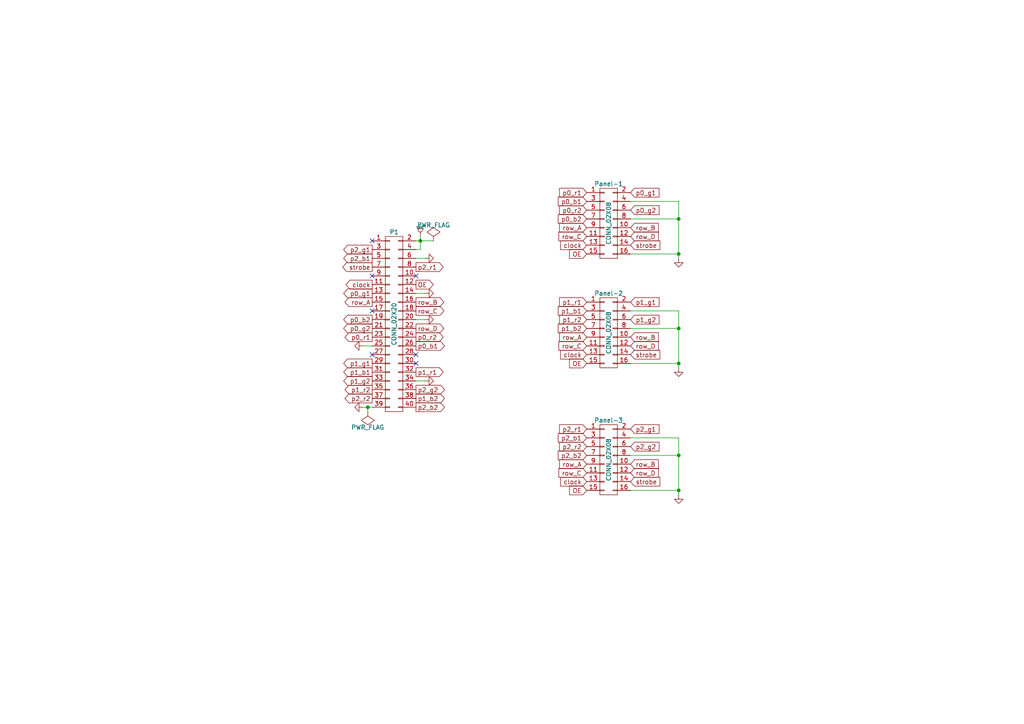
<source format=kicad_sch>
(kicad_sch (version 20230121) (generator eeschema)
  (paper "A4")
  (lib_symbols
    (symbol "passive3-rpi-hub75-adapter-rescue:CONN_02X08" (pin_names (offset 0.0254) hide)
      (property "Reference" "P" (at 0 11.43 0))
      (property "Value" "CONN_02X08" (at 0 0 90))
      (symbol "CONN_02X08_0_1"
        (rectangle (start -2.54 -8.763) (end -1.27 -9.017))
        (rectangle (start -2.54 -6.223) (end -1.27 -6.477))
        (rectangle (start -2.54 -3.683) (end -1.27 -3.937))
        (rectangle (start -2.54 -1.143) (end -1.27 -1.397))
        (rectangle (start -2.54 1.397) (end -1.27 1.143))
        (rectangle (start -2.54 3.937) (end -1.27 3.683))
        (rectangle (start -2.54 6.477) (end -1.27 6.223))
        (rectangle (start -2.54 9.017) (end -1.27 8.763))
        (rectangle (start -2.54 10.16) (end 2.54 -10.16))
        (rectangle (start 1.27 -8.763) (end 2.54 -9.017))
        (rectangle (start 1.27 -6.223) (end 2.54 -6.477))
        (rectangle (start 1.27 -3.683) (end 2.54 -3.937))
        (rectangle (start 1.27 -1.143) (end 2.54 -1.397))
        (rectangle (start 1.27 1.397) (end 2.54 1.143))
        (rectangle (start 1.27 3.937) (end 2.54 3.683))
        (rectangle (start 1.27 6.477) (end 2.54 6.223))
        (rectangle (start 1.27 9.017) (end 2.54 8.763))
      )
      (symbol "CONN_02X08_1_1"
        (pin passive line (at -6.35 8.89 0) (length 3.81) (name "P1") (number "1"))
        (pin passive line (at 6.35 -1.27 180) (length 3.81) (name "P10") (number "10"))
        (pin passive line (at -6.35 -3.81 0) (length 3.81) (name "P11") (number "11"))
        (pin passive line (at 6.35 -3.81 180) (length 3.81) (name "P12") (number "12"))
        (pin passive line (at -6.35 -6.35 0) (length 3.81) (name "P13") (number "13"))
        (pin passive line (at 6.35 -6.35 180) (length 3.81) (name "P14") (number "14"))
        (pin passive line (at -6.35 -8.89 0) (length 3.81) (name "P15") (number "15"))
        (pin passive line (at 6.35 -8.89 180) (length 3.81) (name "P16") (number "16"))
        (pin passive line (at 6.35 8.89 180) (length 3.81) (name "P2") (number "2"))
        (pin passive line (at -6.35 6.35 0) (length 3.81) (name "P3") (number "3"))
        (pin passive line (at 6.35 6.35 180) (length 3.81) (name "P4") (number "4"))
        (pin passive line (at -6.35 3.81 0) (length 3.81) (name "P5") (number "5"))
        (pin passive line (at 6.35 3.81 180) (length 3.81) (name "P6") (number "6"))
        (pin passive line (at -6.35 1.27 0) (length 3.81) (name "P7") (number "7"))
        (pin passive line (at 6.35 1.27 180) (length 3.81) (name "P8") (number "8"))
        (pin passive line (at -6.35 -1.27 0) (length 3.81) (name "P9") (number "9"))
      )
    )
    (symbol "passive3-rpi-hub75-adapter-rescue:CONN_02X20" (pin_names (offset 0.0254) hide)
      (property "Reference" "P" (at 0 26.67 0))
      (property "Value" "CONN_02X20" (at 0 0 90))
      (symbol "CONN_02X20_0_1"
        (rectangle (start -2.54 -24.003) (end -1.27 -24.257))
        (rectangle (start -2.54 -21.463) (end -1.27 -21.717))
        (rectangle (start -2.54 -18.923) (end -1.27 -19.177))
        (rectangle (start -2.54 -16.383) (end -1.27 -16.637))
        (rectangle (start -2.54 -13.843) (end -1.27 -14.097))
        (rectangle (start -2.54 -11.303) (end -1.27 -11.557))
        (rectangle (start -2.54 -8.763) (end -1.27 -9.017))
        (rectangle (start -2.54 -6.223) (end -1.27 -6.477))
        (rectangle (start -2.54 -3.683) (end -1.27 -3.937))
        (rectangle (start -2.54 -1.143) (end -1.27 -1.397))
        (rectangle (start -2.54 1.397) (end -1.27 1.143))
        (rectangle (start -2.54 3.937) (end -1.27 3.683))
        (rectangle (start -2.54 6.477) (end -1.27 6.223))
        (rectangle (start -2.54 9.017) (end -1.27 8.763))
        (rectangle (start -2.54 11.557) (end -1.27 11.303))
        (rectangle (start -2.54 14.097) (end -1.27 13.843))
        (rectangle (start -2.54 16.637) (end -1.27 16.383))
        (rectangle (start -2.54 19.177) (end -1.27 18.923))
        (rectangle (start -2.54 21.717) (end -1.27 21.463))
        (rectangle (start -2.54 24.257) (end -1.27 24.003))
        (rectangle (start -2.54 25.4) (end 2.54 -25.4))
        (rectangle (start 1.27 -24.003) (end 2.54 -24.257))
        (rectangle (start 1.27 -21.463) (end 2.54 -21.717))
        (rectangle (start 1.27 -18.923) (end 2.54 -19.177))
        (rectangle (start 1.27 -16.383) (end 2.54 -16.637))
        (rectangle (start 1.27 -13.843) (end 2.54 -14.097))
        (rectangle (start 1.27 -11.303) (end 2.54 -11.557))
        (rectangle (start 1.27 -8.763) (end 2.54 -9.017))
        (rectangle (start 1.27 -6.223) (end 2.54 -6.477))
        (rectangle (start 1.27 -3.683) (end 2.54 -3.937))
        (rectangle (start 1.27 -1.143) (end 2.54 -1.397))
        (rectangle (start 1.27 1.397) (end 2.54 1.143))
        (rectangle (start 1.27 3.937) (end 2.54 3.683))
        (rectangle (start 1.27 6.477) (end 2.54 6.223))
        (rectangle (start 1.27 9.017) (end 2.54 8.763))
        (rectangle (start 1.27 11.557) (end 2.54 11.303))
        (rectangle (start 1.27 14.097) (end 2.54 13.843))
        (rectangle (start 1.27 16.637) (end 2.54 16.383))
        (rectangle (start 1.27 19.177) (end 2.54 18.923))
        (rectangle (start 1.27 21.717) (end 2.54 21.463))
        (rectangle (start 1.27 24.257) (end 2.54 24.003))
      )
      (symbol "CONN_02X20_1_1"
        (pin passive line (at -6.35 24.13 0) (length 3.81) (name "P1") (number "1"))
        (pin passive line (at 6.35 13.97 180) (length 3.81) (name "P10") (number "10"))
        (pin passive line (at -6.35 11.43 0) (length 3.81) (name "P11") (number "11"))
        (pin passive line (at 6.35 11.43 180) (length 3.81) (name "P12") (number "12"))
        (pin passive line (at -6.35 8.89 0) (length 3.81) (name "P13") (number "13"))
        (pin passive line (at 6.35 8.89 180) (length 3.81) (name "P14") (number "14"))
        (pin passive line (at -6.35 6.35 0) (length 3.81) (name "P15") (number "15"))
        (pin passive line (at 6.35 6.35 180) (length 3.81) (name "P16") (number "16"))
        (pin passive line (at -6.35 3.81 0) (length 3.81) (name "P17") (number "17"))
        (pin passive line (at 6.35 3.81 180) (length 3.81) (name "P18") (number "18"))
        (pin passive line (at -6.35 1.27 0) (length 3.81) (name "P19") (number "19"))
        (pin passive line (at 6.35 24.13 180) (length 3.81) (name "P2") (number "2"))
        (pin passive line (at 6.35 1.27 180) (length 3.81) (name "P20") (number "20"))
        (pin passive line (at -6.35 -1.27 0) (length 3.81) (name "P21") (number "21"))
        (pin passive line (at 6.35 -1.27 180) (length 3.81) (name "P22") (number "22"))
        (pin passive line (at -6.35 -3.81 0) (length 3.81) (name "P23") (number "23"))
        (pin passive line (at 6.35 -3.81 180) (length 3.81) (name "P24") (number "24"))
        (pin passive line (at -6.35 -6.35 0) (length 3.81) (name "P25") (number "25"))
        (pin passive line (at 6.35 -6.35 180) (length 3.81) (name "P26") (number "26"))
        (pin passive line (at -6.35 -8.89 0) (length 3.81) (name "P27") (number "27"))
        (pin passive line (at 6.35 -8.89 180) (length 3.81) (name "P28") (number "28"))
        (pin passive line (at -6.35 -11.43 0) (length 3.81) (name "P29") (number "29"))
        (pin passive line (at -6.35 21.59 0) (length 3.81) (name "P3") (number "3"))
        (pin passive line (at 6.35 -11.43 180) (length 3.81) (name "P30") (number "30"))
        (pin passive line (at -6.35 -13.97 0) (length 3.81) (name "P31") (number "31"))
        (pin passive line (at 6.35 -13.97 180) (length 3.81) (name "P32") (number "32"))
        (pin passive line (at -6.35 -16.51 0) (length 3.81) (name "P33") (number "33"))
        (pin passive line (at 6.35 -16.51 180) (length 3.81) (name "P34") (number "34"))
        (pin passive line (at -6.35 -19.05 0) (length 3.81) (name "P35") (number "35"))
        (pin passive line (at 6.35 -19.05 180) (length 3.81) (name "P36") (number "36"))
        (pin passive line (at -6.35 -21.59 0) (length 3.81) (name "P37") (number "37"))
        (pin passive line (at 6.35 -21.59 180) (length 3.81) (name "P38") (number "38"))
        (pin passive line (at -6.35 -24.13 0) (length 3.81) (name "P39") (number "39"))
        (pin passive line (at 6.35 21.59 180) (length 3.81) (name "P4") (number "4"))
        (pin passive line (at 6.35 -24.13 180) (length 3.81) (name "P40") (number "40"))
        (pin passive line (at -6.35 19.05 0) (length 3.81) (name "P5") (number "5"))
        (pin passive line (at 6.35 19.05 180) (length 3.81) (name "P6") (number "6"))
        (pin passive line (at -6.35 16.51 0) (length 3.81) (name "P7") (number "7"))
        (pin passive line (at 6.35 16.51 180) (length 3.81) (name "P8") (number "8"))
        (pin passive line (at -6.35 13.97 0) (length 3.81) (name "P9") (number "9"))
      )
    )
    (symbol "passive3-rpi-hub75-adapter-rescue:GND" (power) (pin_names (offset 0))
      (property "Value" "GND" (at 0 -3.81 0))
      (symbol "GND_0_1"
        (polyline (pts (xy 0 0) (xy 0 -1.27) (xy 1.27 -1.27) (xy 0 -2.54) (xy -1.27 -1.27) (xy 0 -1.27)))
      )
      (symbol "GND_1_1"
        (pin power_in line (at 0 0 270) (length 0) hide (name "GND") (number "1"))
      )
    )
    (symbol "passive3-rpi-hub75-adapter-rescue:PWR_FLAG" (power) (pin_numbers hide) (pin_names (offset 0) hide)
      (property "Value" "PWR_FLAG" (at 0 4.572 0))
      (symbol "PWR_FLAG_0_0"
        (pin power_out line (at 0 0 90) (length 0) (name "pwr") (number "1"))
      )
      (symbol "PWR_FLAG_0_1"
        (polyline (pts (xy 0 0) (xy 0 1.27) (xy -1.905 2.54) (xy 0 3.81) (xy 1.905 2.54) (xy 0 1.27)))
      )
    )
    (symbol "passive3-rpi-hub75-adapter-rescue:VCC" (power) (pin_names (offset 0))
      (property "Value" "VCC" (at 0 3.81 0))
      (symbol "VCC_0_1"
        (polyline (pts (xy 0 0) (xy 0 1.27)))
        (circle (center 0 1.905) (radius 0.635))
      )
      (symbol "VCC_1_1"
        (pin power_in line (at 0 0 90) (length 0) hide (name "VCC") (number "1"))
      )
    )
  )
  (junction (at 196.85 63.5))
  (junction (at 196.85 132.08))
  (junction (at 106.68 118.11))
  (junction (at 196.85 142.24))
  (junction (at 121.92 69.85))
  (junction (at 196.85 105.41))
  (junction (at 196.85 73.66))
  (junction (at 196.85 95.25))
  (no_connect (at 120.65 80.01))
  (no_connect (at 120.65 102.87))
  (no_connect (at 107.95 90.17))
  (no_connect (at 107.95 80.01))
  (no_connect (at 107.95 69.85))
  (no_connect (at 120.65 105.41))
  (no_connect (at 107.95 102.87))
  (wire (pts (xy 196.85 58.42) (xy 196.85 63.5)))
  (wire (pts (xy 121.92 69.85) (xy 125.73 69.85)))
  (wire (pts (xy 196.85 142.24) (xy 196.85 143.51)))
  (wire (pts (xy 182.88 127) (xy 196.85 127)))
  (wire (pts (xy 196.85 63.5) (xy 196.85 73.66)))
  (wire (pts (xy 196.85 90.17) (xy 196.85 95.25)))
  (wire (pts (xy 182.88 58.42) (xy 196.85 58.42)))
  (wire (pts (xy 120.65 74.93) (xy 123.19 74.93)))
  (wire (pts (xy 182.88 142.24) (xy 196.85 142.24)))
  (wire (pts (xy 182.88 105.41) (xy 196.85 105.41)))
  (wire (pts (xy 121.92 68.58) (xy 121.92 69.85)))
  (wire (pts (xy 121.92 69.85) (xy 121.92 72.39)))
  (wire (pts (xy 196.85 132.08) (xy 196.85 142.24)))
  (wire (pts (xy 196.85 73.66) (xy 196.85 74.93)))
  (wire (pts (xy 120.65 85.09) (xy 123.19 85.09)))
  (wire (pts (xy 106.68 118.11) (xy 106.68 119.38)))
  (wire (pts (xy 120.65 110.49) (xy 123.19 110.49)))
  (wire (pts (xy 106.68 118.11) (xy 107.95 118.11)))
  (wire (pts (xy 196.85 95.25) (xy 196.85 105.41)))
  (wire (pts (xy 196.85 127) (xy 196.85 132.08)))
  (wire (pts (xy 121.92 72.39) (xy 120.65 72.39)))
  (wire (pts (xy 182.88 95.25) (xy 196.85 95.25)))
  (wire (pts (xy 105.41 118.11) (xy 106.68 118.11)))
  (wire (pts (xy 182.88 73.66) (xy 196.85 73.66)))
  (wire (pts (xy 105.41 100.33) (xy 107.95 100.33)))
  (wire (pts (xy 182.88 63.5) (xy 196.85 63.5)))
  (wire (pts (xy 120.65 69.85) (xy 121.92 69.85)))
  (wire (pts (xy 196.85 105.41) (xy 196.85 106.68)))
  (wire (pts (xy 120.65 92.71) (xy 123.19 92.71)))
  (wire (pts (xy 182.88 90.17) (xy 196.85 90.17)))
  (wire (pts (xy 182.88 132.08) (xy 196.85 132.08)))
  (global_label "p1_g1" (shape output) (at 107.95 105.41 180) (effects (font (size 1.2954 1.2954))) (property "Intersheetrefs" "${INTERSHEET_REFS}" (effects hide)))
  (global_label "row_C" (shape output) (at 120.65 90.17 0) (effects (font (size 1.2954 1.2954))) (property "Intersheetrefs" "${INTERSHEET_REFS}" (effects hide)))
  (global_label "p2_b1" (shape input) (at 170.18 127 180) (effects (font (size 1.2954 1.2954))) (property "Intersheetrefs" "${INTERSHEET_REFS}" (effects hide)))
  (global_label "p0_b1" (shape input) (at 170.18 58.42 180) (effects (font (size 1.2954 1.2954))) (property "Intersheetrefs" "${INTERSHEET_REFS}" (effects hide)))
  (global_label "p2_r2" (shape output) (at 107.95 115.57 180) (effects (font (size 1.2954 1.2954))) (property "Intersheetrefs" "${INTERSHEET_REFS}" (effects hide)))
  (global_label "p2_r1" (shape output) (at 120.65 77.47 0) (effects (font (size 1.2954 1.2954))) (property "Intersheetrefs" "${INTERSHEET_REFS}" (effects hide)))
  (global_label "p0_r1" (shape input) (at 170.18 55.88 180) (effects (font (size 1.2954 1.2954))) (property "Intersheetrefs" "${INTERSHEET_REFS}" (effects hide)))
  (global_label "p0_b2" (shape input) (at 170.18 63.5 180) (effects (font (size 1.2954 1.2954))) (property "Intersheetrefs" "${INTERSHEET_REFS}" (effects hide)))
  (global_label "p0_r2" (shape output) (at 120.65 97.79 0) (effects (font (size 1.2954 1.2954))) (property "Intersheetrefs" "${INTERSHEET_REFS}" (effects hide)))
  (global_label "p0_r2" (shape input) (at 170.18 60.96 180) (effects (font (size 1.2954 1.2954))) (property "Intersheetrefs" "${INTERSHEET_REFS}" (effects hide)))
  (global_label "p2_r2" (shape input) (at 170.18 129.54 180) (effects (font (size 1.2954 1.2954))) (property "Intersheetrefs" "${INTERSHEET_REFS}" (effects hide)))
  (global_label "row_A" (shape output) (at 107.95 87.63 180) (effects (font (size 1.2954 1.2954))) (property "Intersheetrefs" "${INTERSHEET_REFS}" (effects hide)))
  (global_label "OE" (shape input) (at 170.18 73.66 180) (effects (font (size 1.2954 1.2954))) (property "Intersheetrefs" "${INTERSHEET_REFS}" (effects hide)))
  (global_label "p2_b2" (shape input) (at 170.18 132.08 180) (effects (font (size 1.2954 1.2954))) (property "Intersheetrefs" "${INTERSHEET_REFS}" (effects hide)))
  (global_label "p0_b2" (shape output) (at 107.95 92.71 180) (effects (font (size 1.2954 1.2954))) (property "Intersheetrefs" "${INTERSHEET_REFS}" (effects hide)))
  (global_label "strobe" (shape input) (at 182.88 139.7 0) (effects (font (size 1.2954 1.2954))) (property "Intersheetrefs" "${INTERSHEET_REFS}" (effects hide)))
  (global_label "p0_g2" (shape input) (at 182.88 60.96 0) (effects (font (size 1.2954 1.2954))) (property "Intersheetrefs" "${INTERSHEET_REFS}" (effects hide)))
  (global_label "clock" (shape input) (at 170.18 139.7 180) (effects (font (size 1.2954 1.2954))) (property "Intersheetrefs" "${INTERSHEET_REFS}" (effects hide)))
  (global_label "p2_b2" (shape output) (at 120.65 118.11 0) (effects (font (size 1.2954 1.2954))) (property "Intersheetrefs" "${INTERSHEET_REFS}" (effects hide)))
  (global_label "p0_g1" (shape output) (at 107.95 85.09 180) (effects (font (size 1.2954 1.2954))) (property "Intersheetrefs" "${INTERSHEET_REFS}" (effects hide)))
  (global_label "clock" (shape output) (at 107.95 82.55 180) (effects (font (size 1.2954 1.2954))) (property "Intersheetrefs" "${INTERSHEET_REFS}" (effects hide)))
  (global_label "row_D" (shape input) (at 182.88 137.16 0) (effects (font (size 1.2954 1.2954))) (property "Intersheetrefs" "${INTERSHEET_REFS}" (effects hide)))
  (global_label "p1_b1" (shape input) (at 170.18 90.17 180) (effects (font (size 1.2954 1.2954))) (property "Intersheetrefs" "${INTERSHEET_REFS}" (effects hide)))
  (global_label "strobe" (shape input) (at 182.88 71.12 0) (effects (font (size 1.2954 1.2954))) (property "Intersheetrefs" "${INTERSHEET_REFS}" (effects hide)))
  (global_label "p1_r1" (shape input) (at 170.18 87.63 180) (effects (font (size 1.2954 1.2954))) (property "Intersheetrefs" "${INTERSHEET_REFS}" (effects hide)))
  (global_label "p1_r1" (shape output) (at 120.65 107.95 0) (effects (font (size 1.2954 1.2954))) (property "Intersheetrefs" "${INTERSHEET_REFS}" (effects hide)))
  (global_label "p1_b2" (shape input) (at 170.18 95.25 180) (effects (font (size 1.2954 1.2954))) (property "Intersheetrefs" "${INTERSHEET_REFS}" (effects hide)))
  (global_label "row_A" (shape input) (at 170.18 97.79 180) (effects (font (size 1.2954 1.2954))) (property "Intersheetrefs" "${INTERSHEET_REFS}" (effects hide)))
  (global_label "row_A" (shape input) (at 170.18 134.62 180) (effects (font (size 1.2954 1.2954))) (property "Intersheetrefs" "${INTERSHEET_REFS}" (effects hide)))
  (global_label "p0_g1" (shape input) (at 182.88 55.88 0) (effects (font (size 1.2954 1.2954))) (property "Intersheetrefs" "${INTERSHEET_REFS}" (effects hide)))
  (global_label "OE" (shape input) (at 170.18 105.41 180) (effects (font (size 1.2954 1.2954))) (property "Intersheetrefs" "${INTERSHEET_REFS}" (effects hide)))
  (global_label "p2_b1" (shape output) (at 107.95 74.93 180) (effects (font (size 1.2954 1.2954))) (property "Intersheetrefs" "${INTERSHEET_REFS}" (effects hide)))
  (global_label "p2_r1" (shape input) (at 170.18 124.46 180) (effects (font (size 1.2954 1.2954))) (property "Intersheetrefs" "${INTERSHEET_REFS}" (effects hide)))
  (global_label "row_B" (shape input) (at 182.88 66.04 0) (effects (font (size 1.2954 1.2954))) (property "Intersheetrefs" "${INTERSHEET_REFS}" (effects hide)))
  (global_label "clock" (shape input) (at 170.18 71.12 180) (effects (font (size 1.2954 1.2954))) (property "Intersheetrefs" "${INTERSHEET_REFS}" (effects hide)))
  (global_label "p1_b1" (shape output) (at 107.95 107.95 180) (effects (font (size 1.2954 1.2954))) (property "Intersheetrefs" "${INTERSHEET_REFS}" (effects hide)))
  (global_label "row_B" (shape input) (at 182.88 134.62 0) (effects (font (size 1.2954 1.2954))) (property "Intersheetrefs" "${INTERSHEET_REFS}" (effects hide)))
  (global_label "row_C" (shape input) (at 170.18 137.16 180) (effects (font (size 1.2954 1.2954))) (property "Intersheetrefs" "${INTERSHEET_REFS}" (effects hide)))
  (global_label "strobe" (shape output) (at 107.95 77.47 180) (effects (font (size 1.2954 1.2954))) (property "Intersheetrefs" "${INTERSHEET_REFS}" (effects hide)))
  (global_label "p0_b1" (shape output) (at 120.65 100.33 0) (effects (font (size 1.2954 1.2954))) (property "Intersheetrefs" "${INTERSHEET_REFS}" (effects hide)))
  (global_label "OE" (shape input) (at 170.18 142.24 180) (effects (font (size 1.2954 1.2954))) (property "Intersheetrefs" "${INTERSHEET_REFS}" (effects hide)))
  (global_label "row_C" (shape input) (at 170.18 100.33 180) (effects (font (size 1.2954 1.2954))) (property "Intersheetrefs" "${INTERSHEET_REFS}" (effects hide)))
  (global_label "p1_g2" (shape output) (at 107.95 110.49 180) (effects (font (size 1.2954 1.2954))) (property "Intersheetrefs" "${INTERSHEET_REFS}" (effects hide)))
  (global_label "row_A" (shape input) (at 170.18 66.04 180) (effects (font (size 1.2954 1.2954))) (property "Intersheetrefs" "${INTERSHEET_REFS}" (effects hide)))
  (global_label "row_B" (shape output) (at 120.65 87.63 0) (effects (font (size 1.2954 1.2954))) (property "Intersheetrefs" "${INTERSHEET_REFS}" (effects hide)))
  (global_label "p1_g2" (shape input) (at 182.88 92.71 0) (effects (font (size 1.2954 1.2954))) (property "Intersheetrefs" "${INTERSHEET_REFS}" (effects hide)))
  (global_label "row_D" (shape input) (at 182.88 68.58 0) (effects (font (size 1.2954 1.2954))) (property "Intersheetrefs" "${INTERSHEET_REFS}" (effects hide)))
  (global_label "p2_g1" (shape output) (at 107.95 72.39 180) (effects (font (size 1.2954 1.2954))) (property "Intersheetrefs" "${INTERSHEET_REFS}" (effects hide)))
  (global_label "OE" (shape output) (at 120.65 82.55 0) (effects (font (size 1.2954 1.2954))) (property "Intersheetrefs" "${INTERSHEET_REFS}" (effects hide)))
  (global_label "p1_r2" (shape output) (at 107.95 113.03 180) (effects (font (size 1.2954 1.2954))) (property "Intersheetrefs" "${INTERSHEET_REFS}" (effects hide)))
  (global_label "p2_g2" (shape input) (at 182.88 129.54 0) (effects (font (size 1.2954 1.2954))) (property "Intersheetrefs" "${INTERSHEET_REFS}" (effects hide)))
  (global_label "p0_r1" (shape output) (at 107.95 97.79 180) (effects (font (size 1.2954 1.2954))) (property "Intersheetrefs" "${INTERSHEET_REFS}" (effects hide)))
  (global_label "clock" (shape input) (at 170.18 102.87 180) (effects (font (size 1.2954 1.2954))) (property "Intersheetrefs" "${INTERSHEET_REFS}" (effects hide)))
  (global_label "row_B" (shape input) (at 182.88 97.79 0) (effects (font (size 1.2954 1.2954))) (property "Intersheetrefs" "${INTERSHEET_REFS}" (effects hide)))
  (global_label "p1_b2" (shape output) (at 120.65 115.57 0) (effects (font (size 1.2954 1.2954))) (property "Intersheetrefs" "${INTERSHEET_REFS}" (effects hide)))
  (global_label "strobe" (shape input) (at 182.88 102.87 0) (effects (font (size 1.2954 1.2954))) (property "Intersheetrefs" "${INTERSHEET_REFS}" (effects hide)))
  (global_label "row_D" (shape input) (at 182.88 100.33 0) (effects (font (size 1.2954 1.2954))) (property "Intersheetrefs" "${INTERSHEET_REFS}" (effects hide)))
  (global_label "p2_g1" (shape input) (at 182.88 124.46 0) (effects (font (size 1.2954 1.2954))) (property "Intersheetrefs" "${INTERSHEET_REFS}" (effects hide)))
  (global_label "row_C" (shape input) (at 170.18 68.58 180) (effects (font (size 1.2954 1.2954))) (property "Intersheetrefs" "${INTERSHEET_REFS}" (effects hide)))
  (global_label "p2_g2" (shape output) (at 120.65 113.03 0) (effects (font (size 1.2954 1.2954))) (property "Intersheetrefs" "${INTERSHEET_REFS}" (effects hide)))
  (global_label "p0_g2" (shape output) (at 107.95 95.25 180) (effects (font (size 1.2954 1.2954))) (property "Intersheetrefs" "${INTERSHEET_REFS}" (effects hide)))
  (global_label "p1_r2" (shape input) (at 170.18 92.71 180) (effects (font (size 1.2954 1.2954))) (property "Intersheetrefs" "${INTERSHEET_REFS}" (effects hide)))
  (global_label "row_D" (shape output) (at 120.65 95.25 0) (effects (font (size 1.2954 1.2954))) (property "Intersheetrefs" "${INTERSHEET_REFS}" (effects hide)))
  (global_label "p1_g1" (shape input) (at 182.88 87.63 0) (effects (font (size 1.2954 1.2954))) (property "Intersheetrefs" "${INTERSHEET_REFS}" (effects hide)))
  (symbol (lib_id "passive3-rpi-hub75-adapter-rescue:CONN_02X08") (at 176.53 64.77 0) (unit 1)
    (property "Reference" "Panel-1" (at 176.53 53.34 0))
    (property "Value" "CONN_02X08" (at 176.53 64.77 90))
    (property "Footprint" "Pin_Headers:Pin_Header_Straight_2x08" (effects hide))
  )
  (symbol (lib_id "passive3-rpi-hub75-adapter-rescue:CONN_02X20") (at 114.3 93.98 0) (unit 1)
    (property "Reference" "P1" (at 114.3 67.31 0))
    (property "Value" "CONN_02X20" (at 114.3 93.98 90))
    (property "Footprint" "Pin_Headers:Pin_Header_Straight_2x20" (effects hide))
  )
  (symbol (lib_id "passive3-rpi-hub75-adapter-rescue:GND") (at 123.19 85.09 90) (unit 1)
    (property "Reference" "#PWR01" (effects hide))
    (property "Value" "GND" (effects hide))
  )
  (symbol (lib_id "passive3-rpi-hub75-adapter-rescue:GND") (at 123.19 92.71 90) (unit 1)
    (property "Reference" "#PWR02" (effects hide))
    (property "Value" "GND" (effects hide))
  )
  (symbol (lib_id "passive3-rpi-hub75-adapter-rescue:GND") (at 123.19 74.93 90) (unit 1)
    (property "Reference" "#PWR03" (effects hide))
    (property "Value" "GND" (effects hide))
  )
  (symbol (lib_id "passive3-rpi-hub75-adapter-rescue:GND") (at 105.41 118.11 270) (unit 1)
    (property "Reference" "#PWR04" (effects hide))
    (property "Value" "GND" (effects hide))
  )
  (symbol (lib_id "passive3-rpi-hub75-adapter-rescue:GND") (at 123.19 110.49 90) (unit 1)
    (property "Reference" "#PWR05" (effects hide))
    (property "Value" "GND" (effects hide))
  )
  (symbol (lib_id "passive3-rpi-hub75-adapter-rescue:GND") (at 105.41 100.33 270) (unit 1)
    (property "Reference" "#PWR06" (effects hide))
    (property "Value" "GND" (effects hide))
  )
  (symbol (lib_id "passive3-rpi-hub75-adapter-rescue:GND") (at 196.85 74.93 0) (unit 1)
    (property "Reference" "#PWR07" (effects hide))
    (property "Value" "GND" (effects hide))
  )
  (symbol (lib_id "passive3-rpi-hub75-adapter-rescue:VCC") (at 121.92 68.58 0) (unit 1)
    (property "Reference" "#PWR09" (effects hide))
    (property "Value" "VCC" (at 121.92 66.04 0) (effects (font (size 0.762 0.762))))
  )
  (symbol (lib_id "passive3-rpi-hub75-adapter-rescue:CONN_02X08") (at 176.53 96.52 0) (unit 1)
    (property "Reference" "Panel-2" (at 176.53 85.09 0))
    (property "Value" "CONN_02X08" (at 176.53 96.52 90))
    (property "Footprint" "Pin_Headers:Pin_Header_Straight_2x08" (effects hide))
  )
  (symbol (lib_id "passive3-rpi-hub75-adapter-rescue:GND") (at 196.85 106.68 0) (unit 1)
    (property "Reference" "#PWR08" (effects hide))
    (property "Value" "GND" (effects hide))
  )
  (symbol (lib_id "passive3-rpi-hub75-adapter-rescue:CONN_02X08") (at 176.53 133.35 0) (unit 1)
    (property "Reference" "Panel-3" (at 176.53 121.92 0))
    (property "Value" "CONN_02X08" (at 176.53 133.35 90))
    (property "Footprint" "Pin_Headers:Pin_Header_Straight_2x08" (effects hide))
  )
  (symbol (lib_id "passive3-rpi-hub75-adapter-rescue:GND") (at 196.85 143.51 0) (unit 1)
    (property "Reference" "#PWR010" (effects hide))
    (property "Value" "GND" (effects hide))
  )
  (symbol (lib_id "passive3-rpi-hub75-adapter-rescue:PWR_FLAG") (at 125.73 69.85 0) (unit 1)
    (property "Reference" "#FLG011" (effects hide))
    (property "Value" "PWR_FLAG" (at 125.73 65.278 0))
  )
  (symbol (lib_id "passive3-rpi-hub75-adapter-rescue:PWR_FLAG") (at 106.68 119.38 180) (unit 1)
    (property "Reference" "#FLG012" (effects hide))
    (property "Value" "PWR_FLAG" (at 106.68 123.952 0))
  )
)
</source>
